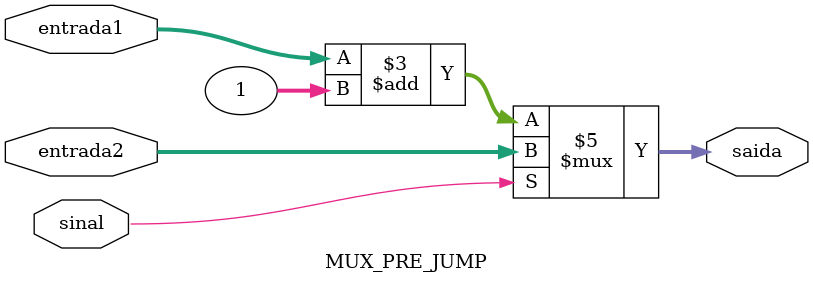
<source format=v>
module MUX_PRE_JUMP(entrada1, entrada2, sinal, saida);

	input [31:0] entrada1, entrada2;
	input sinal;
	output reg [31:0] saida;
	
	always @(*)
		if(sinal == 1'b0)
			saida = entrada1 + 1;
		else
			saida = entrada2;			

endmodule 
</source>
